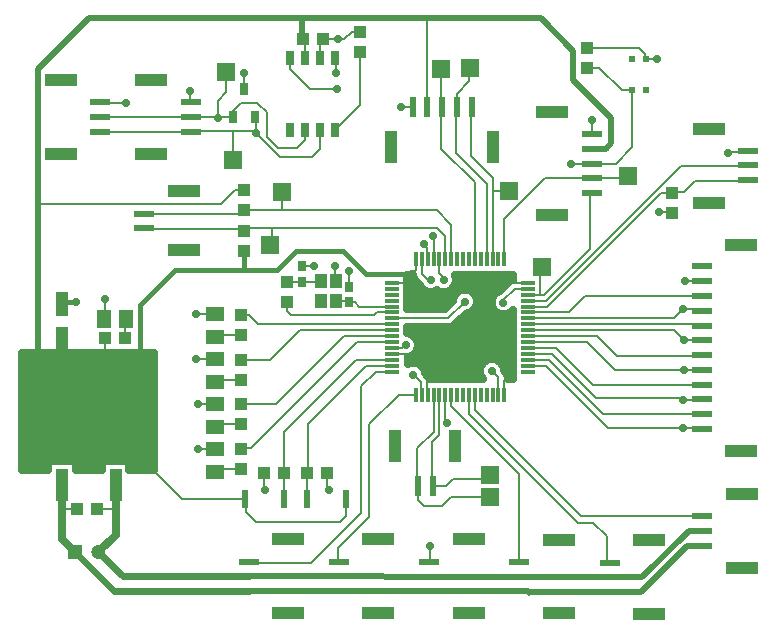
<source format=gbr>
G04 DipTrace 3.2.0.0*
G04 armboard1_layout_12PINCONNECTOR_Top.gbr*
%MOMM*%
G04 #@! TF.FileFunction,Copper,L1,Top*
G04 #@! TF.Part,Single*
G04 #@! TA.AperFunction,Conductor*
%ADD13C,0.2*%
%ADD14C,0.5*%
%ADD15C,0.4*%
G04 #@! TA.AperFunction,ViaPad*
%ADD16C,0.7*%
G04 #@! TA.AperFunction,Conductor*
%ADD17C,0.6*%
G04 #@! TA.AperFunction,CopperBalancing*
%ADD18C,0.635*%
%ADD20R,1.5X1.5*%
%ADD21R,0.55X1.5*%
%ADD22R,1.1X1.0*%
%ADD23R,1.0X1.1*%
%ADD24R,1.0X2.0*%
%ADD25R,0.7X0.9*%
%ADD27R,0.8X1.05*%
%ADD28R,1.5X1.3*%
%ADD29R,1.3X1.5*%
%ADD30R,2.8X1.0*%
%ADD31R,1.7X0.6*%
%ADD32R,1.0X2.8*%
%ADD33R,0.6X1.7*%
G04 #@! TA.AperFunction,ComponentPad*
%ADD34R,1.2X1.2*%
%ADD35C,1.2*%
%ADD36R,0.57X0.48*%
%ADD38R,1.2X0.3*%
%ADD39R,0.3X1.2*%
%ADD41R,0.762X1.143*%
%ADD43R,1.0X2.75*%
%ADD44R,5.55X6.15*%
%ADD45R,1.0X1.2*%
%FSLAX35Y35*%
G04*
G71*
G90*
G75*
G01*
G04 Top*
%LPD*%
X-1328757Y2351250D2*
D13*
X-1312137Y2334630D1*
Y2194483D1*
X359940Y286823D2*
X574337D1*
Y286373D1*
X-575663Y-313627D2*
X-352327D1*
X-360163Y-316690D1*
X-375663Y486373D2*
X-374197Y487840D1*
Y399277D1*
X-410163Y363310D1*
X-275663Y-663627D2*
X-280423Y-658867D1*
Y-459223D1*
X-286363D1*
X374337Y-663627D2*
X372177D1*
Y-542827D1*
X455780Y-459223D1*
X443810D1*
X-3145420Y-753030D2*
X-3004587Y-612197D1*
Y-181820D1*
X-3145420Y-753030D2*
D14*
X-3475007D1*
X-3571877Y-656160D1*
Y954750D1*
D13*
X-2028723D1*
X-1910163Y1073310D1*
X-1834287D1*
X-3571877Y954750D2*
D14*
Y2099623D1*
X-3143250Y2528250D1*
X-1335697D1*
Y2351250D1*
X-1328757D1*
X-1335697Y2528250D2*
X-277623D1*
X682623D1*
X958367Y2252507D1*
Y2006977D1*
X1280470Y1684873D1*
Y1470207D1*
X1231560Y1421297D1*
X1113377D1*
X-277623Y2528250D2*
D13*
X-277957Y1773053D1*
X-3145420Y-753030D2*
D15*
X-2761627D1*
X-2707583Y-698987D1*
Y102890D1*
X-2415723Y394750D1*
X-1830017D1*
Y405237D1*
Y559903D1*
X-3145420Y-753030D2*
D13*
X-3374337Y-524113D1*
Y-191237D1*
X-3145420Y-753030D2*
X-2353983Y-1544467D1*
X-1820167D1*
X-1810083D1*
Y-1657007D1*
X-1730710Y-1736380D1*
X-1016333D1*
X-970167Y-1690213D1*
Y-1544467D1*
X-1830017Y405237D2*
D15*
X-1820350Y395570D1*
X-1548637D1*
X-1386480Y557727D1*
X-995330D1*
X-800913Y363310D1*
X-410163D1*
X-575663Y286373D2*
D13*
X-473627D1*
X-396690Y363310D1*
X-410163D1*
X-3062293Y-1994537D2*
D16*
X-2917420Y-1849663D1*
Y-1625567D1*
Y-1423030D1*
X-3077333Y-1625567D2*
D13*
X-2917420D1*
X-3062293Y-1994537D2*
D17*
X-2857930Y-2198900D1*
X-1792093D1*
X-1026700Y-2198660D2*
D14*
X-1792093Y-2198900D1*
X-1026700Y-2198660D2*
X-263897Y-2200230D1*
X498713Y-2201137D1*
X504107Y-2206530D1*
X1267637D1*
X1543470D1*
X1935440Y-1814560D1*
X2048197D1*
X-357623Y-1430377D2*
D13*
X-365127D1*
Y-1111253D1*
X-225663Y-971790D1*
Y-663627D1*
X250000Y-1530000D2*
X-80000D1*
X-150000Y-1600000D1*
X-310000D1*
X-357623Y-1552377D1*
Y-1430377D1*
X-232623D2*
X-238127D1*
Y-1063627D1*
X-175663Y-1001163D1*
Y-663627D1*
X-232623Y-1430377D2*
X-120377D1*
X-60000Y-1370000D1*
X250000D1*
Y-1340000D1*
X-1495167Y-1544467D2*
Y-1324467D1*
Y-979970D1*
X-878823Y-363627D1*
X-575663D1*
X-1295167Y-1544467D2*
Y-1324467D1*
X-575663Y-413627D2*
X-572600Y-416690D1*
X-795690D1*
X-1285167Y-906167D1*
Y-1324467D1*
X-1295167D1*
X-1730377Y1555750D2*
Y1690927D1*
X-1737580D1*
X-1730377Y1555750D2*
X-1524000Y1349373D1*
X-1254567D1*
X-1185137Y1418803D1*
Y1583617D1*
X-1730377Y1555750D2*
Y1570823D1*
X-1920000D1*
X-2279573D1*
Y1565927D1*
X-3046373Y1565250D2*
X-3045697Y1565927D1*
X-2279573D1*
X-1920000Y1330000D2*
Y1570823D1*
X-2279573Y1690927D2*
X-2054580D1*
X-1927580D1*
Y1742007D1*
X-1856277Y1813310D1*
X-1718060D1*
X-1635127Y1730377D1*
Y1524000D1*
X-1539877Y1428750D1*
X-1378663D1*
X-1312137Y1495277D1*
Y1583617D1*
X-3046373Y1690250D2*
X-3045697Y1690927D1*
X-2279573D1*
X-2047603Y1683677D2*
X-2051383D1*
Y1829007D1*
X-1980000Y1900390D1*
Y2070000D1*
X-233723Y686140D2*
X-224730Y677147D1*
Y486373D1*
X-225663D1*
X-1439137Y2194483D2*
Y2094260D1*
X-1269560Y1924683D1*
X-1043087D1*
X-1058137Y2194483D2*
X-1047750D1*
Y2063750D1*
X-310163Y613310D2*
X-280163Y583310D1*
Y486373D1*
X-275663D1*
X2045587Y-824200D2*
X1208487D1*
X747913Y-363627D1*
X574337D1*
X2045587Y-574200D2*
X1123837D1*
X813263Y-263627D1*
X574337D1*
X2045587Y-324200D2*
X2036970Y-332817D1*
X1331610D1*
X1162420Y-163627D1*
X574337D1*
X2045587Y-74200D2*
Y-63627D1*
X574337D1*
X2045587Y175800D2*
X1056950D1*
X917523Y36373D1*
X574337D1*
X2438597Y1281317D2*
X2435417Y1278137D1*
X1869000D1*
X727237Y136373D1*
X574337D1*
X-575663Y-463627D2*
X-713627D1*
X-839660Y-589660D1*
Y-1665487D1*
X-1259010Y-2084837D1*
X-1788103D1*
Y-2073900D1*
X-1792093D1*
X-1026700Y-2073660D2*
X-1032177Y-2068183D1*
Y-1961527D1*
X-770000Y-1699350D1*
Y-910000D1*
X-520000Y-660000D1*
X-380000D1*
X-375663Y-655663D1*
Y-663627D1*
X-263897Y-2075230D2*
X-257460Y-2068793D1*
Y-1942090D1*
X-110377Y-901533D2*
X-125663Y-886247D1*
Y-663627D1*
X498713Y-2076137D2*
Y-1328713D1*
X-77717Y-752283D1*
Y-663627D1*
X-75663D1*
X1267637Y-2081530D2*
X1259073Y-2072967D1*
X1243897D1*
Y-1860230D1*
X1127543Y-1743877D1*
X997753D1*
X74337Y-820460D1*
Y-663627D1*
X2048197Y-1689560D2*
X1022810D1*
X127000Y-793750D1*
X124337D1*
Y-663627D1*
X-1832580Y1930927D2*
X-1826313Y1937193D1*
Y2065500D1*
X-325663Y486373D2*
X-322360Y483070D1*
Y358680D1*
X-272033Y308353D1*
X-248093D1*
X-575663Y-263627D2*
X-572600Y-266690D1*
X-496693D1*
X-460000Y-229997D1*
Y-240000D1*
X-397477Y-490970D2*
X-393247D1*
X-327703Y-556513D1*
Y-663627D1*
X-325663D1*
X269203Y-459223D2*
X324337Y-514357D1*
Y-663627D1*
X366567Y120223D2*
Y138117D1*
X464823Y236373D1*
X574337D1*
X-503430Y1773477D2*
X-503007Y1773053D1*
X-402957D1*
X-1158757Y2351250D2*
X-1185137D1*
Y2194483D1*
X-1158757Y2351250D2*
X-1157007Y2349500D1*
X-1031877D1*
X-847927Y2414857D2*
X-915143D1*
X-980500Y2349500D1*
X-1031877D1*
X-941027Y253150D2*
X-939097Y255080D1*
Y390453D1*
X-1337860Y427757D2*
X-1234040D1*
Y427007D1*
X-3262293Y-1994537D2*
D16*
X-3373420Y-1883410D1*
Y-1628630D1*
Y-1423030D1*
X-3247333Y-1625567D2*
D13*
X-3250397Y-1628630D1*
X-3373420D1*
X-3262293Y-1994537D2*
D17*
X-2932930Y-2323900D1*
X-1792093D1*
D14*
X-1026700Y-2323660D1*
X-263897Y-2325230D1*
X498713Y-2326137D1*
X585220Y-2335407D2*
X589097Y-2331530D1*
X1267637D1*
X1531767D1*
X1923737Y-1939560D1*
X2048197D1*
X-2075117Y-358490D2*
D13*
X-2234947D1*
Y-355917D1*
X-3017327Y-22057D2*
X-3009210Y-13940D1*
Y151553D1*
X-2075117Y22510D2*
X-2077690Y25083D1*
X-2234947D1*
X-2075117Y-739490D2*
X-2077690Y-736917D1*
X-2219073D1*
X-2075117Y-1120490D2*
X-2077690Y-1117917D1*
X-2219073D1*
X-1651333Y-1466503D2*
X-1665167Y-1452670D1*
Y-1324467D1*
X-1111583Y-1466503D2*
X-1125167Y-1452920D1*
Y-1324467D1*
X-3374337Y108763D2*
D15*
X-3358620Y124480D1*
X-3252167D1*
X-1049097Y300453D2*
D13*
X-1059097Y310453D1*
Y430453D1*
X1570770Y2180450D2*
X1566930D1*
Y2227290D1*
X1515910Y2278310D1*
X1074983D1*
X2438597Y1406317D2*
X2427597Y1395317D1*
X2265697D1*
Y1389513D1*
X1570770Y2180450D2*
X1668260D1*
Y2184293D1*
X1113377Y1546297D2*
Y1666307D1*
X1118340D1*
X2045587Y300800D2*
X2040937Y305450D1*
X1900257D1*
X1797027Y880913D2*
X1792020Y885920D1*
X1684897D1*
X-3046373Y1815250D2*
X-3040873Y1809750D1*
X-2825750D1*
X-2279573Y1815927D2*
X-2283327Y1819680D1*
Y1912160D1*
X-175663Y486373D2*
X-180000D1*
Y370000D1*
X-140000Y330000D1*
Y310000D1*
X-2676257Y873310D2*
X-1834287D1*
Y903310D1*
X-1504373D1*
X-200163D1*
X-75663Y778810D1*
Y486373D1*
X-1504373Y903310D2*
Y1060000D1*
X-2676257Y748310D2*
X-2667947Y740000D1*
X-1830017D1*
Y729903D1*
X-1806610Y753310D1*
X-1595530D1*
X-197283D1*
X-125663Y681690D1*
Y486373D1*
X-1611997Y607980D2*
X-1595530D1*
Y753310D1*
X-1852860Y18387D2*
X-1791283D1*
X-1709270Y-63627D1*
X-575663D1*
X-1852860Y-362613D2*
X-1610637D1*
X-1357963Y-109940D1*
X-575663D1*
Y-113627D1*
Y-163627D2*
X-573927Y-165363D1*
X-983857D1*
X-1557483Y-738990D1*
X-1852857D1*
X-575663Y-213627D2*
X-578173Y-216137D1*
X-870437D1*
X-1768977Y-1114677D1*
X-1852857D1*
Y-1119990D1*
X-847927Y2244857D2*
Y1793827D1*
X-1058137Y1583617D1*
X-575663Y36373D2*
X-577423Y38133D1*
X-706010D1*
X-732740Y11403D1*
X-1431403D1*
X-1464847Y44847D1*
Y126163D1*
X-2075117Y-1310490D2*
X-2054617Y-1289990D1*
X-1852857D1*
X-2075117Y-929490D2*
X-2054617Y-908990D1*
X-1852857D1*
X-2075117Y-548490D2*
X-2059240Y-532613D1*
X-1852860D1*
X-2075117Y-167490D2*
X-2059240Y-151613D1*
X-1852860D1*
X-2834587Y-181820D2*
Y-22057D1*
X-2827327D1*
X-575663Y86373D2*
X-855017D1*
X-891793Y123150D1*
X-941027D1*
X-948330Y130453D1*
X-1049097D1*
X-1179097Y300453D2*
Y290453D1*
X-1337860D1*
Y297757D1*
X-1464847Y296163D2*
X-1462227Y293543D1*
X-1337860D1*
X2045587Y-949200D2*
X2034430Y-938043D1*
X1886183D1*
X1883937Y-940290D1*
X1251760D1*
X725097Y-413627D1*
X574337D1*
X2045587Y-699200D2*
X2040200Y-704587D1*
X1889577D1*
X1876167Y-691177D1*
X1153883D1*
X776333Y-313627D1*
X574337D1*
X2045587Y-449200D2*
X2042363Y-452423D1*
X1898570D1*
X1894307Y-448160D1*
X1309463D1*
X1074930Y-213627D1*
X574337D1*
X2045587Y-199200D2*
X2044007Y-197620D1*
X1892573D1*
X1808580Y-113627D1*
X574337D1*
X2045587Y50800D2*
X2030213Y66173D1*
X1889577D1*
X1809777Y-13627D1*
X574337D1*
X2438597Y1156317D2*
X2435060Y1152780D1*
X1991493D1*
X1899060Y1060347D1*
X1797027D1*
Y1050913D1*
X1700913D1*
X736373Y86373D1*
X574337D1*
X1113377Y1171297D2*
X717823D1*
X374337Y827810D1*
Y486373D1*
X1419953Y1190000D2*
Y1171297D1*
X1113377D1*
Y1046297D2*
X1110510Y1049163D1*
X1098833D1*
Y572307D1*
X712900Y186373D1*
X674190D1*
X574337D1*
X690000Y420000D2*
X674190Y404190D1*
Y186373D1*
X-152957Y1773053D2*
X-159330Y1766680D1*
Y1421467D1*
X124337Y1137800D1*
Y486373D1*
X-152957Y1773053D2*
X-160000Y1780097D1*
Y2096337D1*
X-27957Y1773053D2*
X-32430Y1768580D1*
Y1384497D1*
X224337Y1127730D1*
Y486373D1*
X-27957Y1773053D2*
X-30000D1*
Y1887443D1*
X75060Y1992503D1*
Y2106337D1*
X80000D1*
X97043Y1773053D2*
X94597Y1770607D1*
Y1358300D1*
X274337Y1178560D1*
Y1062750D1*
Y486373D1*
X410000Y1062750D2*
X274337D1*
X1113377Y1296297D2*
X1116363Y1293310D1*
X1316343D1*
X1456930Y1433897D1*
Y1901140D1*
X1454770Y1903300D1*
Y1918450D1*
X1368663D1*
X1178803Y2108310D1*
X1074983D1*
X41920Y128347D2*
X-100053Y-13627D1*
X-575663D1*
X939837Y1293310D2*
X942823Y1296297D1*
X1113377D1*
D16*
X-1043087Y1924683D3*
X-310163Y613310D3*
X-110377Y-901533D3*
X939837Y1293310D3*
X-2047603Y1683677D3*
X-1730377Y1555750D3*
X-248093Y308353D3*
X1900257Y305450D3*
X-460000Y-240000D3*
X-1047750Y2063750D3*
X1889577Y66173D3*
X-397477Y-490970D3*
X-1234040Y427007D3*
X359940Y286823D3*
X-410163Y363310D3*
X443810Y-459223D3*
X-286363D3*
X-360163Y-316690D3*
X41920Y128347D3*
X269203Y-459223D3*
X366567Y120223D3*
X-1031877Y2349500D3*
X2265697Y1389513D3*
X-3484413Y-581430D3*
X1892573Y-197620D3*
X-939097Y390453D3*
X-1651333Y-1466503D3*
X-2234947Y-355917D3*
X1668260Y2184293D3*
X1898570Y-452423D3*
X-3009210Y151553D3*
X-3501333Y-865490D3*
Y-1024240D3*
X1118340Y1666307D3*
X-3310837Y-1151233D3*
X-2993337D3*
X-2771083Y-1024240D3*
Y-833740D3*
X-3486103Y-417600D3*
X-2802833Y-389233D3*
X-2612333D3*
Y-547987D3*
Y-738490D3*
Y-928990D3*
Y-1119483D3*
X-3660083D3*
Y-928990D3*
Y-706737D3*
X-2234947Y25083D3*
X-2219073Y-736917D3*
Y-1117917D3*
X-1111583Y-1466503D3*
X1889577Y-704587D3*
X1886183Y-938043D3*
X-503430Y1773477D3*
X-1826313Y2065500D3*
X-2825750Y1809750D3*
X-3252167Y124480D3*
X-1059097Y430453D3*
X-257460Y-1942090D3*
X-233723Y686140D3*
X1684897Y885920D3*
X-2283327Y1912160D3*
X-3192230Y-344613D3*
X-3669053Y-425867D3*
X-140000Y310000D3*
X-442003Y289833D2*
D18*
X-369207D1*
X-33397D2*
X402613D1*
X-442003Y226667D2*
X-315980D1*
X-74320D2*
X7317D1*
X76527D2*
X339450D1*
X-442003Y163500D2*
X-60497D1*
X144337D2*
X267537D1*
X-442003Y100333D2*
X-101787D1*
X146617D2*
X259880D1*
X94663Y37167D2*
X300530D1*
X3243Y-26000D2*
X440713D1*
X-77330Y-89167D2*
X440713D1*
X-400987Y-152333D2*
X440713D1*
X-354320Y-215500D2*
X440713D1*
X-358970Y-278667D2*
X440713D1*
X-438540Y-341833D2*
X440713D1*
X-335727Y-405000D2*
X176117D1*
X362267D2*
X440713D1*
X-291430Y-468167D2*
X160987D1*
X392620D2*
X440713D1*
X-192793Y222373D2*
X-208950Y213850D1*
X-224213Y208890D1*
X-240067Y206380D1*
X-256120D1*
X-271973Y208890D1*
X-287237Y213850D1*
X-301540Y221137D1*
X-314527Y230570D1*
X-325877Y241920D1*
X-335310Y254907D1*
X-343183Y270200D1*
X-381133Y308483D1*
X-388260Y318297D1*
X-393767Y329103D1*
X-397513Y340637D1*
X-399413Y352640D1*
X-448403Y353000D1*
X-448373Y63650D1*
X-132057Y63663D1*
X-60053Y136373D1*
X-57543Y152227D1*
X-52583Y167490D1*
X-45297Y181793D1*
X-35863Y194780D1*
X-24513Y206130D1*
X-11527Y215563D1*
X2777Y222850D1*
X18040Y227810D1*
X33893Y230320D1*
X49947D1*
X65800Y227810D1*
X81063Y222850D1*
X95367Y215563D1*
X108353Y206130D1*
X119703Y194780D1*
X129137Y181793D1*
X136423Y167490D1*
X141383Y152227D1*
X143893Y136373D1*
Y120320D1*
X141383Y104467D1*
X136423Y89203D1*
X129137Y74900D1*
X119703Y61913D1*
X108353Y50563D1*
X95367Y41130D1*
X81063Y33843D1*
X65800Y28883D1*
X49223Y26343D1*
X-49857Y-72400D1*
X-59670Y-79527D1*
X-70477Y-85033D1*
X-82010Y-88780D1*
X-93990Y-90680D1*
X-286720Y-90917D1*
X-447410D1*
X-446990Y-138520D1*
X-428390Y-142717D1*
X-413560Y-148860D1*
X-399877Y-157247D1*
X-387670Y-167670D1*
X-377247Y-179877D1*
X-368860Y-193560D1*
X-362717Y-208390D1*
X-358970Y-223997D1*
X-357710Y-240000D1*
X-358970Y-256003D1*
X-362717Y-271610D1*
X-368860Y-286440D1*
X-377247Y-300123D1*
X-387670Y-312330D1*
X-399877Y-322753D1*
X-413560Y-331140D1*
X-428390Y-337283D1*
X-444840Y-341130D1*
X-443917Y-399830D1*
X-429087Y-393687D1*
X-413480Y-389940D1*
X-397477Y-388680D1*
X-381473Y-389940D1*
X-365867Y-393687D1*
X-351037Y-399830D1*
X-337353Y-408217D1*
X-325147Y-418640D1*
X-314723Y-430847D1*
X-306337Y-444530D1*
X-300193Y-459360D1*
X-296447Y-474967D1*
X-295977Y-478927D1*
X-268930Y-506317D1*
X-261803Y-516130D1*
X-256287Y-526957D1*
X-241257Y-531097D1*
X192300Y-526627D1*
X181987Y-512670D1*
X174700Y-498367D1*
X169740Y-483103D1*
X167230Y-467250D1*
Y-451197D1*
X169740Y-435343D1*
X174700Y-420080D1*
X181987Y-405777D1*
X191420Y-392790D1*
X202770Y-381440D1*
X215757Y-372007D1*
X230060Y-364720D1*
X245323Y-359760D1*
X261177Y-357250D1*
X277230D1*
X293083Y-359760D1*
X308347Y-364720D1*
X322650Y-372007D1*
X335637Y-381440D1*
X346987Y-392790D1*
X356420Y-405777D1*
X363707Y-420080D1*
X368667Y-435343D1*
X371207Y-451920D1*
X383110Y-464160D1*
X390237Y-473973D1*
X395743Y-484780D1*
X399490Y-496313D1*
X401390Y-508293D1*
X401627Y-524473D1*
X447130Y-524000D1*
X447137Y-331337D1*
X447047Y-181337D1*
Y57117D1*
X438897Y47893D1*
X426690Y37470D1*
X413007Y29083D1*
X398177Y22940D1*
X382570Y19193D1*
X366567Y17933D1*
X350563Y19193D1*
X334957Y22940D1*
X320127Y29083D1*
X306443Y37470D1*
X294237Y47893D1*
X283813Y60100D1*
X275427Y73783D1*
X269283Y88613D1*
X265537Y104220D1*
X264277Y120223D1*
X265537Y136227D1*
X269283Y151833D1*
X275427Y166663D1*
X283813Y180347D1*
X294237Y192553D1*
X306443Y202977D1*
X320127Y211363D1*
X337343Y218180D1*
X414627Y295147D1*
X424440Y302273D1*
X435247Y307780D1*
X446803Y311533D1*
X447047Y352923D1*
X-47180Y353000D1*
X-42717Y341610D1*
X-38970Y326003D1*
X-37710Y310000D1*
X-38970Y293997D1*
X-42717Y278390D1*
X-48860Y263560D1*
X-57247Y249877D1*
X-67670Y237670D1*
X-79877Y227247D1*
X-93560Y218860D1*
X-108390Y212717D1*
X-123997Y208970D1*
X-140000Y207710D1*
X-156003Y208970D1*
X-171610Y212717D1*
X-186440Y218860D1*
X-192707Y222370D1*
X-3701313Y-373030D2*
X-2602857D1*
X-3701313Y-436197D2*
X-2602857D1*
X-3701313Y-499363D2*
X-2602857D1*
X-3701313Y-562530D2*
X-2602857D1*
X-3701313Y-625697D2*
X-2602857D1*
X-3701313Y-688863D2*
X-2602857D1*
X-3701313Y-752030D2*
X-2602857D1*
X-3701313Y-815197D2*
X-2602857D1*
X-3701313Y-878363D2*
X-2602857D1*
X-3701313Y-941530D2*
X-2602857D1*
X-3701313Y-1004697D2*
X-2602857D1*
X-3701313Y-1067863D2*
X-2602857D1*
X-3701313Y-1131030D2*
X-2602857D1*
X-3701313Y-1194197D2*
X-2602857D1*
X-3701313Y-1257363D2*
X-3497087D1*
X-3249777D2*
X-3041083D1*
X-2793777D2*
X-2602857D1*
X-3467377Y-1218240D2*
X-3256130D1*
Y-1294163D1*
X-3034630Y-1294113D1*
X-3034710Y-1218240D1*
X-2800130D1*
Y-1294163D1*
X-2596400Y-1294113D1*
X-2596460Y-309860D1*
X-3707770Y-309863D1*
X-3707710Y-1294117D1*
X-3490723Y-1294113D1*
X-3490710Y-1218240D1*
X-3467377D1*
D20*
X250000Y-1530000D3*
Y-1340000D3*
D21*
X-1495167Y-1544467D3*
X-1820167D3*
X-1295167D3*
X-970167D3*
D24*
X-3374337Y108763D3*
Y-191237D3*
D25*
X-1337860Y427757D3*
Y297757D3*
X-941027Y253150D3*
Y123150D3*
D23*
X1074983Y2278310D3*
Y2108310D3*
D22*
X-1158757Y2351250D3*
X-1328757D3*
X-3247333Y-1625567D3*
X-3077333D3*
D20*
X-1920000Y1330000D3*
X-1980000Y2070000D3*
D27*
X-1927580Y1690927D3*
X-1737580D3*
X-1832580Y1930927D3*
D28*
X-2075117Y-548490D3*
Y-358490D3*
Y-929490D3*
Y-739490D3*
Y-1310490D3*
Y-1120490D3*
Y-167490D3*
Y22510D3*
D29*
X-2827327Y-22057D3*
X-3017327D3*
D20*
X-1504373Y1060000D3*
X-1611997Y607980D3*
D30*
X2380587Y-1134200D3*
Y610800D3*
D31*
X2045587Y-199200D3*
Y-824200D3*
Y-699200D3*
Y-949200D3*
Y-574200D3*
Y-449200D3*
Y-74200D3*
Y-324200D3*
Y50800D3*
Y175800D3*
Y300800D3*
Y425800D3*
D30*
X-2341257Y563310D3*
Y1063310D3*
D31*
X-2676257Y748310D3*
Y873310D3*
D30*
X-1457093Y-2508900D3*
Y-1883900D3*
D31*
X-1792093Y-2323900D3*
Y-2198900D3*
Y-2073900D3*
D30*
X-691700Y-2508660D3*
Y-1883660D3*
D31*
X-1026700Y-2323660D3*
Y-2198660D3*
Y-2073660D3*
D30*
X71103Y-2510230D3*
Y-1885230D3*
D31*
X-263897Y-2325230D3*
Y-2200230D3*
Y-2075230D3*
D30*
X833713Y-2511137D3*
Y-1886137D3*
D31*
X498713Y-2326137D3*
Y-2201137D3*
Y-2076137D3*
D30*
X1602637Y-2516530D3*
Y-1891530D3*
D31*
X1267637Y-2331530D3*
Y-2206530D3*
Y-2081530D3*
D30*
X2383197Y-2124560D3*
Y-1499560D3*
D31*
X2048197Y-1939560D3*
Y-1814560D3*
Y-1689560D3*
D30*
X2103597Y1591317D3*
Y966317D3*
D31*
X2438597Y1406317D3*
Y1281317D3*
Y1156317D3*
D32*
X-587957Y1438053D3*
X282043D3*
D33*
X-277957Y1773053D3*
X-152957D3*
X-402957D3*
X-27957D3*
X97043D3*
D30*
X-2614573Y2000927D3*
Y1375927D3*
D31*
X-2279573Y1815927D3*
Y1690927D3*
Y1565927D3*
D30*
X778377Y1731297D3*
Y861297D3*
D31*
X1113377Y1421297D3*
Y1296297D3*
Y1546297D3*
Y1171297D3*
Y1046297D3*
D34*
X-3262293Y-1994537D3*
D35*
X-3062293D3*
D32*
X-47623Y-1095377D3*
X-547623D3*
D33*
X-232623Y-1430377D3*
X-357623D3*
D30*
X-3381373Y2000250D3*
Y1375250D3*
D31*
X-3046373Y1815250D3*
Y1690250D3*
Y1565250D3*
D22*
X-1125167Y-1324467D3*
X-1295167D3*
X-1665167D3*
X-1495167D3*
D23*
X-1834287Y903310D3*
Y1073310D3*
X-1830017Y729903D3*
Y559903D3*
X-1852857Y-1289990D3*
Y-1119990D3*
Y-908990D3*
Y-738990D3*
X-1852860Y-532613D3*
Y-362613D3*
Y-151613D3*
Y18387D3*
X-1464847Y126163D3*
Y296163D3*
X-847927Y2244857D3*
Y2414857D3*
D22*
X-2834587Y-181820D3*
X-3004587D3*
D23*
X1797027Y880913D3*
Y1050913D3*
D36*
X1570770Y1918450D3*
Y2180450D3*
X1454770Y1918450D3*
Y2180450D3*
D20*
X690000Y420000D3*
X1419953Y1190000D3*
D38*
X-575663Y286373D3*
Y236373D3*
Y186373D3*
Y136373D3*
Y86373D3*
Y36373D3*
Y-13627D3*
Y-63627D3*
Y-113627D3*
Y-163627D3*
Y-213627D3*
Y-263627D3*
Y-313627D3*
Y-363627D3*
Y-413627D3*
Y-463627D3*
D39*
X-375663Y-663627D3*
X-325663D3*
X-275663D3*
X-225663D3*
X-175663D3*
X-125663D3*
X-75663D3*
X-25663D3*
X24337D3*
X74337D3*
X124337D3*
X174337D3*
X224337D3*
X274337D3*
X324337D3*
X374337D3*
D38*
X574337Y-463627D3*
Y-413627D3*
Y-363627D3*
Y-313627D3*
Y-263627D3*
Y-213627D3*
Y-163627D3*
Y-113627D3*
Y-63627D3*
Y-13627D3*
Y36373D3*
Y86373D3*
Y136373D3*
Y186373D3*
Y236373D3*
Y286373D3*
D39*
X374337Y486373D3*
X324337D3*
X274337D3*
X224337D3*
X174337D3*
X124337D3*
X74337D3*
X24337D3*
X-25663D3*
X-75663D3*
X-125663D3*
X-175663D3*
X-225663D3*
X-275663D3*
X-325663D3*
X-375663D3*
D41*
X-1058137Y2194483D3*
X-1185137D3*
X-1312137D3*
X-1439137D3*
Y1583617D3*
X-1312137D3*
X-1185137D3*
X-1058137D3*
D43*
X-3373420Y-1423030D3*
X-2917420D3*
D44*
X-3145420Y-753030D3*
D20*
X-160000Y2096337D3*
X80000Y2106337D3*
X410000Y1062750D3*
D45*
X-1179097Y130453D3*
X-1049097D3*
X-1179097Y300453D3*
X-1049097D3*
M02*

</source>
